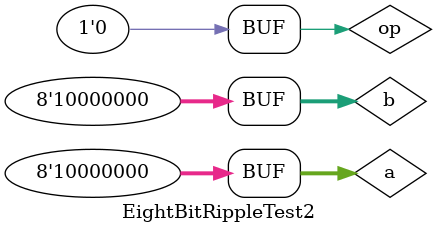
<source format=v>
`timescale 1ns / 1ps


module EightBitRippleTest2;

	// Inputs
	reg [7:0] a;
	reg [7:0] b;
	reg op;

	// Outputs
	wire [7:0] sum;
	wire overflow;

	// Instantiate the Unit Under Test (UUT)
	EightBitRipple uut (
		.a(a), 
		.b(b), 
		.op(op), 
		.sum(sum), 
		.overflow(overflow)
	);

	initial begin

        
		// Add stimulus here
		// case1
		a = 8'b00000001;
		b = 8'b00000001;
		op = 0;
		
		// case2
		#100;
		a = 8'b00000001;
		b = 8'b11111111;
		op = 0;
		
		// case3
		#100;
		a = 8'b11111111;
		b = 8'b00000001;
		op = 0;
		
		// case4
		#100;
		a = 8'b11111111;
		b = 8'b11111111;
		op = 0;
		
		// case5
		#100;
		a = 8'b00000001;
		b = 8'b00000001;
		op = 1;
		
		// case6
		#100;
		a = 8'b00000001;
		b = 8'b11111111;
		op = 1;
		
		// case7
		#100;
		a = 8'b11111111;
		b = 8'b00000001;
		op = 1;
		
		// case8
		#100;
		a = 8'b11111111;
		b = 8'b11111111;
		op = 1;
		
		// case9
		#100;
		a = 8'b01111111;
		b = 8'b01111111;
		op = 0;
		
		// case10
		#100;
		a = 8'b10000000;
		b = 8'b10000000;
		op = 0;

	end
      
endmodule


</source>
